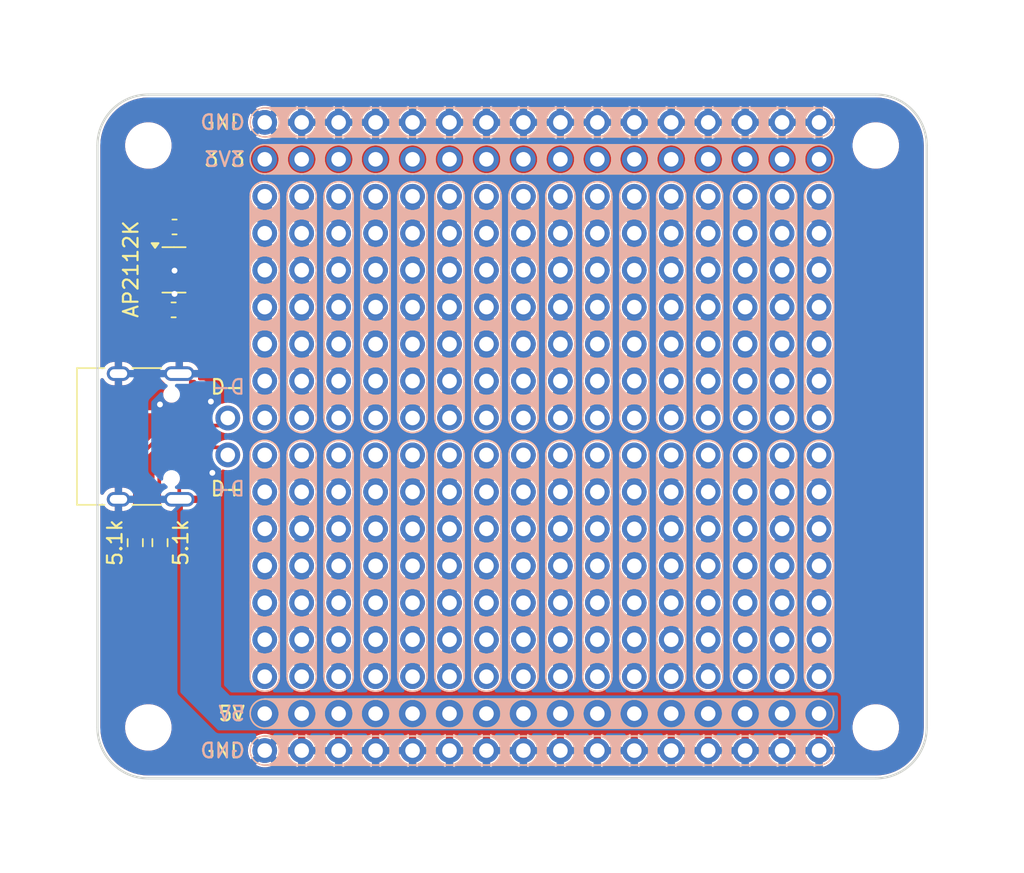
<source format=kicad_pcb>
(kicad_pcb (version 20240108) (generator "pcbnew") (generator_version "8.0")
  (layers (0 "F.Cu" signal) (31 "B.Cu" signal) (34 "B.Paste" user) (35 "F.Paste" user) (36 "B.SilkS" user "B.Silkscreen") (37 "F.SilkS" user "F.Silkscreen") (38 "B.Mask" user) (39 "F.Mask" user) (44 "Edge.Cuts" user))
  (net 0 "")
  (net 1 "GND")
  (net 2 "VCC")
  (net 3 "D+")
  (net 5 "D-")
  (net 6 "Net-(J1-CC2)")
  (net 7 "Net-(J1-CC1)")
  (net 9 "Net-(J6-Pin_1)")
  (net 10 "Net-(J7-Pin_1)")
  (net 11 "3V3")
  (net 12 "Net-(J8-Pin_1)")
  (net 13 "Net-(J9-Pin_1)")
  (net 14 "Net-(J10-Pin_1)")
  (net 15 "Net-(J11-Pin_1)")
  (net 16 "Net-(J12-Pin_1)")
  (net 17 "Net-(J13-Pin_1)")
  (net 18 "Net-(J14-Pin_1)")
  (net 19 "Net-(J15-Pin_1)")
  (net 20 "Net-(J16-Pin_1)")
  (net 21 "Net-(J17-Pin_1)")
  (net 22 "Net-(J18-Pin_1)")
  (net 23 "Net-(J19-Pin_1)")
  (net 24 "Net-(J20-Pin_1)")
  (net 25 "Net-(J21-Pin_1)")
  (net 26 "Net-(J22-Pin_1)")
  (net 27 "Net-(J23-Pin_1)")
  (net 28 "Net-(J24-Pin_1)")
  (net 29 "Net-(J25-Pin_1)")
  (net 30 "Net-(J26-Pin_1)")
  (net 31 "Net-(J27-Pin_1)")
  (net 32 "Net-(J28-Pin_1)")
  (net 33 "Net-(J29-Pin_1)")
  (net 34 "Net-(J30-Pin_1)")
  (net 35 "Net-(J31-Pin_1)")
  (net 36 "Net-(J32-Pin_1)")
  (net 37 "Net-(J33-Pin_1)")
  (net 38 "Net-(J34-Pin_1)")
  (net 39 "Net-(J35-Pin_1)")
  (net 40 "Net-(J36-Pin_1)")
  (net 41 "Net-(J37-Pin_1)")
  (footprint "MountingHole:MountingHole_2.7mm_M2.5" (layer "F.Cu") (at -8 20)
    (property "Reference" "REF**" (hide yes))
    (property "Value" "MountingHole_2.7mm_M2.5")
  )
  (footprint "MountingHole:MountingHole_2.7mm_M2.5" (layer "F.Cu") (at -8 -20)
    (property "Reference" "REF**" (hide yes))
    (property "Value" "MountingHole_2.7mm_M2.5")
  )
  (footprint "Library:PinHeader_1x07_P2.54mm_Vertical" (layer "F.Cu") (at 7.62 -16.51)
    (property "Reference" "J9" (hide yes))
    (property "Value" "Conn_01x07_Pin" (hide yes))
  )
  (footprint "MountingHole:MountingHole_2.7mm_M2.5" (layer "F.Cu") (at 42 20)
    (property "Reference" "REF**" (hide yes))
    (property "Value" "MountingHole_2.7mm_M2.5")
  )
  (footprint "Connector_USB:USB_C_Receptacle_HRO_TYPE-C-31-M-12" (layer "F.Cu") (at -9.005 0 -90)
    (property "Reference" "J1" (hide yes))
    (property "Value" "USB_C_Receptacle_USB2.0")
  )
  (footprint "Library:PinHeader_1x07_P2.54mm_Vertical" (layer "F.Cu") (at 33.02 -16.51)
    (property "Reference" "J19" (hide yes))
    (property "Value" "Conn_01x07_Pin" (hide yes))
  )
  (footprint "Library:PinHeader_1x07_P2.54mm_Vertical" (layer "F.Cu") (at 7.62 1.27)
    (property "Reference" "J25" (hide yes))
    (property "Value" "Conn_01x07_Pin" (hide yes))
  )
  (footprint "Library:PinHeader_1x07_P2.54mm_Vertical" (layer "F.Cu") (at 22.86 -16.51)
    (property "Reference" "J15" (hide yes))
    (property "Value" "Conn_01x07_Pin" (hide yes))
  )
  (footprint "Library:PinHeader_1x16_P2.54mm_Vertical" (layer "F.Cu") (at 0 -21.59 90)
    (property "Reference" "J4" (hide yes))
    (property "Value" "Conn_01x16_Pin")
  )
  (footprint "Library:PinHeader_1x07_P2.54mm_Vertical" (layer "F.Cu") (at 12.7 -16.51)
    (property "Reference" "J11" (hide yes))
    (property "Value" "Conn_01x07_Pin" (hide yes))
  )
  (footprint "Library:PinHeader_1x07_P2.54mm_Vertical" (layer "F.Cu") (at 35.56 1.27)
    (property "Reference" "J36" (hide yes))
    (property "Value" "Conn_01x07_Pin" (hide yes))
  )
  (footprint "Capacitor_SMD:C_0603_1608Metric_Pad1.08x0.95mm_HandSolder" (layer "F.Cu") (at -6.2 -14.4 180)
    (property "Reference" "C2" (hide yes))
    (property "Value" "C")
  )
  (footprint "Library:PinHeader_1x07_P2.54mm_Vertical" (layer "F.Cu") (at 12.7 1.27)
    (property "Reference" "J27" (hide yes))
    (property "Value" "Conn_01x07_Pin" (hide yes))
  )
  (footprint "Library:PinHeader_1x16_P2.54mm_Vertical" (layer "F.Cu") (at 0 -19.05 90)
    (property "Reference" "J5" (hide yes))
    (property "Value" "Conn_01x16_Pin")
  )
  (footprint "Capacitor_SMD:C_0603_1608Metric_Pad1.08x0.95mm_HandSolder" (layer "F.Cu") (at -6.2625 -8.7)
    (property "Reference" "C1" (hide yes))
    (property "Value" "C")
  )
  (footprint "Library:PinHeader_1x07_P2.54mm_Vertical" (layer "F.Cu") (at 2.54 1.27)
    (property "Reference" "J23" (hide yes))
    (property "Value" "Conn_01x07_Pin" (hide yes))
  )
  (footprint "Library:PinHeader_1x07_P2.54mm_Vertical" (layer "F.Cu") (at 35.56 -16.51)
    (property "Reference" "J20" (hide yes))
    (property "Value" "Conn_01x07_Pin" (hide yes))
  )
  (footprint "Library:PinHeader_1x07_P2.54mm_Vertical" (layer "F.Cu") (at 38.1 1.27)
    (property "Reference" "J37" (hide yes))
    (property "Value" "Conn_01x07_Pin" (hide yes))
  )
  (footprint "Library:PinHeader_1x07_P2.54mm_Vertical" (layer "F.Cu") (at 0 1.27)
    (property "Reference" "J22" (hide yes))
    (property "Value" "Conn_01x07_Pin" (hide yes))
  )
  (footprint "Library:PinHeader_1x07_P2.54mm_Vertical" (layer "F.Cu") (at 5.08 1.27)
    (property "Reference" "J24" (hide yes))
    (property "Value" "Conn_01x07_Pin" (hide yes))
  )
  (footprint "Library:PinHeader_1x16_P2.54mm_Vertical" (layer "F.Cu") (at 0 21.59 90)
    (property "Reference" "J2" (hide yes))
    (property "Value" "Conn_01x16_Pin")
  )
  (footprint "Library:PinHeader_1x07_P2.54mm_Vertical" (layer "F.Cu") (at 20.32 -16.51)
    (property "Reference" "J14" (hide yes))
    (property "Value" "Conn_01x07_Pin" (hide yes))
  )
  (footprint "Library:PinHeader_1x07_P2.54mm_Vertical" (layer "F.Cu") (at 10.16 1.27)
    (property "Reference" "J26" (hide yes))
    (property "Value" "Conn_01x07_Pin" (hide yes))
  )
  (footprint "Library:PinHeader_1x07_P2.54mm_Vertical" (layer "F.Cu") (at 25.4 -16.51)
    (property "Reference" "J16" (hide yes))
    (property "Value" "Conn_01x07_Pin" (hide yes))
  )
  (footprint "Package_TO_SOT_SMD:SOT-23-5" (layer "F.Cu") (at -6.2375 -11.45)
    (property "Reference" "U2" (hide yes))
    (property "Value" "AP2204K-3.3")
  )
  (footprint "Library:PinHeader_1x07_P2.54mm_Vertical" (layer "F.Cu") (at 30.48 1.27)
    (property "Reference" "J34" (hide yes))
    (property "Value" "Conn_01x07_Pin" (hide yes))
  )
  (footprint "Library:PinHeader_1x07_P2.54mm_Vertical" (layer "F.Cu") (at 17.78 1.27)
    (property "Reference" "J29" (hide yes))
    (property "Value" "Conn_01x07_Pin" (hide yes))
  )
  (footprint "Library:PinHeader_1x07_P2.54mm_Vertical" (layer "F.Cu") (at 10.16 -16.51)
    (property "Reference" "J10" (hide yes))
    (property "Value" "Conn_01x07_Pin" (hide yes))
  )
  (footprint "Library:PinHeader_1x07_P2.54mm_Vertical" (layer "F.Cu") (at 15.24 -16.51)
    (property "Reference" "J12" (hide yes))
    (property "Value" "Conn_01x07_Pin" (hide yes))
  )
  (footprint "Library:PinHeader_1x07_P2.54mm_Vertical" (layer "F.Cu") (at 38.1 -16.51)
    (property "Reference" "J21" (hide yes))
    (property "Value" "Conn_01x07_Pin" (hide yes))
  )
  (footprint "Connector_PinHeader_2.54mm:PinHeader_1x02_P2.54mm_Vertical" (layer "F.Cu") (at -2.54 1.27 180)
    (property "Reference" "J38" (hide yes))
    (property "Value" "Conn_01x02_Pin" (hide yes))
  )
  (footprint "Library:PinHeader_1x07_P2.54mm_Vertical" (layer "F.Cu") (at 27.94 1.27)
    (property "Reference" "J33" (hide yes))
    (property "Value" "Conn_01x07_Pin" (hide yes))
  )
  (footprint "Library:PinHeader_1x07_P2.54mm_Vertical" (layer "F.Cu") (at 15.24 1.27)
    (property "Reference" "J28" (hide yes))
    (property "Value" "Conn_01x07_Pin" (hide yes))
  )
  (footprint "Library:PinHeader_1x07_P2.54mm_Vertical" (layer "F.Cu") (at 5.08 -16.51)
    (property "Reference" "J8" (hide yes))
    (property "Value" "Conn_01x07_Pin" (hide yes))
  )
  (footprint "Library:PinHeader_1x07_P2.54mm_Vertical" (layer "F.Cu") (at 0 -16.51)
    (property "Reference" "J6" (hide yes))
    (property "Value" "Conn_01x07_Pin" (hide yes))
  )
  (footprint "Library:PinHeader_1x07_P2.54mm_Vertical" (layer "F.Cu") (at 20.32 1.27)
    (property "Reference" "J30" (hide yes))
    (property "Value" "Conn_01x07_Pin" (hide yes))
  )
  (footprint "Library:PinHeader_1x07_P2.54mm_Vertical" (layer "F.Cu") (at 25.4 1.27)
    (property "Reference" "J32" (hide yes))
    (property "Value" "Conn_01x07_Pin" (hide yes))
  )
  (footprint "Library:PinHeader_1x07_P2.54mm_Vertical" (layer "F.Cu") (at 2.54 -16.51)
    (property "Reference" "J7" (hide yes))
    (property "Value" "Conn_01x07_Pin" (hide yes))
  )
  (footprint "Library:PinHeader_1x07_P2.54mm_Vertical" (layer "F.Cu") (at 30.48 -16.51)
    (property "Reference" "J18" (hide yes))
    (property "Value" "Conn_01x07_Pin" (hide yes))
  )
  (footprint "Library:PinHeader_1x07_P2.54mm_Vertical" (layer "F.Cu") (at 22.86 1.27)
    (property "Reference" "J31" (hide yes))
    (property "Value" "Conn_01x07_Pin" (hide yes))
  )
  (footprint "Library:PinHeader_1x07_P2.54mm_Vertical" (layer "F.Cu") (at 17.78 -16.51)
    (property "Reference" "J13" (hide yes))
    (property "Value" "Conn_01x07_Pin" (hide yes))
  )
  (footprint "Library:PinHeader_1x07_P2.54mm_Vertical" (layer "F.Cu") (at 33.02 1.27)
    (property "Reference" "J35" (hide yes))
    (property "Value" "Conn_01x07_Pin" (hide yes))
  )
  (footprint "MountingHole:MountingHole_2.7mm_M2.5" (layer "F.Cu") (at 42 -20)
    (property "Reference" "REF**" (hide yes))
    (property "Value" "MountingHole_2.7mm_M2.5")
  )
  (footprint "Resistor_SMD:R_0603_1608Metric_Pad0.98x0.95mm_HandSolder" (layer "F.Cu") (at -7.2 7.3 90)
    (property "Reference" "R2" (hide yes))
    (property "Value" "5.1k")
  )
  (footprint "Library:PinHeader_1x16_P2.54mm_Vertical" (layer "F.Cu") (at 0 19.05 90)
    (property "Reference" "J3" (hide yes))
    (property "Value" "Conn_01x16_Pin")
  )
  (footprint "Resistor_SMD:R_0603_1608Metric_Pad0.98x0.95mm_HandSolder" (layer "F.Cu") (at -8.9 7.3 90)
    (property "Reference" "R1" (hide yes))
    (property "Value" "5.1k")
  )
  (footprint "Library:PinHeader_1x07_P2.54mm_Vertical" (layer "F.Cu") (at 27.94 -16.51)
    (property "Reference" "J17" (hide yes))
    (property "Value" "Conn_01x07_Pin" (hide yes))
  )
  (gr_arc (start 42 -23.5) (mid 44.474874 -22.474874) (end 45.5 -20) (stroke (width 0.15)) (layer "Edge.Cuts"))
  (gr_arc (start -11.5 -20) (mid -10.474874 -22.474874) (end -8 -23.5) (stroke (width 0.15)) (layer "Edge.Cuts"))
  (gr_line (start 45.5 20) (end 45.5 -20) (stroke (width 0.15)) (layer "Edge.Cuts"))
  (gr_arc (start 45.5 20) (mid 44.474874 22.474874) (end 42 23.5) (stroke (width 0.15)) (layer "Edge.Cuts"))
  (gr_line (start -11.5 -20) (end -11.5 20) (stroke (width 0.15)) (layer "Edge.Cuts"))
  (gr_line (start -8 23.5) (end 42 23.5) (stroke (width 0.15)) (layer "Edge.Cuts"))
  (gr_arc (start -8 23.5) (mid -10.474874 22.474874) (end -11.5 20) (stroke (width 0.15)) (layer "Edge.Cuts"))
  (gr_line (start 42 -23.5) (end -8 -23.5) (stroke (width 0.15)) (layer "Edge.Cuts"))
  (gr_text "3V3" (at -1.27 -19.05 0) (layer "B.SilkS") (effects (font (size 1 1)) (justify left mirror)))
  (gr_text "D+" (at -1.27 3.6 -0) (layer "B.SilkS") (effects (font (size 1 1)) (justify left mirror)))
  (gr_text "5V" (at -1.27 19.05 0) (layer "B.SilkS") (effects (font (size 1 1)) (justify left mirror)))
  (gr_text "GND" (at -1.27 -21.59 0) (layer "B.SilkS") (effects (font (size 1 1)) (justify left mirror)))
  (gr_text "D-" (at -1.27 -3.4 -0) (layer "B.SilkS") (effects (font (size 1 1)) (justify left mirror)))
  (gr_text "GND" (at -1.27 21.59 0) (layer "B.SilkS") (effects (font (size 1 1)) (justify left mirror)))
  (gr_text "D-" (at -3.81 -3.4 0) (layer "F.SilkS") (effects (font (size 1 1)) (justify left)))
  (gr_text "GND" (at -1.27 21.59 0) (layer "F.SilkS") (effects (font (size 1 1)) (justify right)))
  (gr_text "D+" (at -3.81 3.6 0) (layer "F.SilkS") (effects (font (size 1 1)) (justify left)))
  (gr_text "5V" (at -1.27 19.05 0) (layer "F.SilkS") (effects (font (size 1 1)) (justify right)))
  (gr_text "GND" (at -1.27 -21.59 0) (layer "F.SilkS") (effects (font (size 1 1)) (justify right)))
  (gr_text "3V3" (at -1.27 -19.05 0) (layer "F.SilkS") (effects (font (size 1 1)) (justify right)))
  (gr_text "AP2112K" (at -9.2 -11.5 90) (layer "F.SilkS") (effects (font (size 1 1))))
  (segment (start -7.375 -11.45) (end -6.25 -11.45) (width 0.25) (layer "F.Cu") (net 1))
  (segment (start -4.96 3.25) (end -5.65 3.25) (width 0.25) (layer "F.Cu") (net 1))
  (segment (start -5.65 3.25) (end -5.9 3.5) (width 0.25) (layer "F.Cu") (net 1))
  (segment (start -6.25 -11.45) (end -6.2 -11.4) (width 0.25) (layer "F.Cu") (net 1))
  (segment (start -5.9 3.5) (end -5.875 3.525) (width 0.25) (layer "F.Cu") (net 1))
  (segment (start -5.875 3.525) (end -5.875 4.32) (width 0.25) (layer "F.Cu") (net 1))
  (via (at -6.2 -11.4) (size 0.8) (drill 0.4) (layers "F.Cu" "B.Cu") (net 1))
  (via (at -6.2 -9.8) (size 0.8) (drill 0.4) (layers "F.Cu" "B.Cu") (net 1))
  (segment (start -5.875 4.775) (end -6.5 5.4) (width 0.25) (layer "B.Cu") (net 1))
  (segment (start -5.875 4.32) (end -5.875 4.775) (width 0.25) (layer "B.Cu") (net 1))
  (segment (start -3.6 2.5) (end -4.91 2.5) (width 0.5) (layer "F.Cu") (net 2))
  (segment (start -3.75 -2.45) (end -4.96 -2.45) (width 0.25) (layer "F.Cu") (net 2))
  (segment (start -3.7 -2.4) (end -3.75 -2.45) (width 0.25) (layer "F.Cu") (net 2))
  (segment (start -4.91 2.5) (end -4.96 2.45) (width 0.5) (layer "F.Cu") (net 2))
  (via (at -7.2 -2.2) (size 0.8) (drill 0.4) (layers "F.Cu" "B.Cu") (net 2))
  (via (at -3.7 -2.4) (size 0.8) (drill 0.4) (layers "F.Cu" "B.Cu") (net 2))
  (via (at -3.6 2.5) (size 0.8) (drill 0.4) (layers "F.Cu" "B.Cu") (net 2))
  (segment (start -5.985 0.75) (end -4.96 0.75) (width 0.25) (layer "F.Cu") (net 3))
  (segment (start -5.985 -0.25) (end -6.16 -0.075) (width 0.25) (layer "F.Cu") (net 3))
  (segment (start -6.16 -0.075) (end -6.16 0.575) (width 0.25) (layer "F.Cu") (net 3))
  (segment (start -6.16 0.575) (end -5.985 0.75) (width 0.25) (layer "F.Cu") (net 3))
  (segment (start -3.06 0.75) (end -4.96 0.75) (width 0.25) (layer "F.Cu") (net 3))
  (segment (start -2.54 1.27) (end -3.06 0.75) (width 0.25) (layer "F.Cu") (net 3))
  (segment (start -4.96 -0.25) (end -5.985 -0.25) (width 0.25) (layer "F.Cu") (net 3))
  (segment (start -3.76 -0.75) (end -4.96 -0.75) (width 0.25) (layer "F.Cu") (net 5))
  (segment (start -3.06 -0.75) (end -2.54 -1.27) (width 0.25) (layer "F.Cu") (net 5))
  (segment (start -4.96 0.25) (end -3.935 0.25) (width 0.25) (layer "F.Cu") (net 5))
  (segment (start -3.935 0.25) (end -3.76 0.075) (width 0.25) (layer "F.Cu") (net 5))
  (segment (start -3.76 -0.75) (end -3.06 -0.75) (width 0.25) (layer "F.Cu") (net 5))
  (segment (start -3.76 0.075) (end -3.76 -0.75) (width 0.25) (layer "F.Cu") (net 5))
  (segment (start -5.85 1.75) (end -6.2 1.4) (width 0.25) (layer "F.Cu") (net 6))
  (segment (start -7.25 1.75) (end -7.25 6.25) (width 0.25) (layer "F.Cu") (net 6))
  (segment (start -6.2 1.4) (end -6.9 1.4) (width 0.25) (layer "F.Cu") (net 6))
  (segment (start -4.96 1.75) (end -5.85 1.75) (width 0.25) (layer "F.Cu") (net 6))
  (segment (start -6.9 1.4) (end -7.25 1.75) (width 0.25) (layer "F.Cu") (net 6))
  (segment (start -5.985 -1.25) (end -4.96 -1.25) (width 0.25) (layer "F.Cu") (net 7))
  (segment (start -8.93 1.695) (end -5.985 -1.25) (width 0.25) (layer "F.Cu") (net 7))
  (segment (start -8.93 6.32) (end -8.93 1.695) (width 0.25) (layer "F.Cu") (net 7))
  (segment (start 0 -16.51) (end 0 -1.27) (width 1) (layer "F.Cu") (net 9))
  (segment (start 0 -1.27) (end 0 -13.97) (width 1) (layer "B.Cu") (net 9))
  (segment (start 0 -13.97) (end 0 -16.51) (width 1) (layer "B.Cu") (net 9))
  (segment (start 2.54 -16.51) (end 2.54 -1.27) (width 1) (layer "F.Cu") (net 10))
  (segment (start 2.54 -13.97) (end 2.54 -1.27) (width 1) (layer "B.Cu") (net 10))
  (segment (start 2.54 -16.51) (end 2.54 -13.97) (width 1) (layer "B.Cu") (net 10))
  (segment (start 5.08 -16.51) (end 5.08 -1.27) (width 1) (layer "F.Cu") (net 12))
  (segment (start 5.08 -16.51) (end 5.08 -13.97) (width 1) (layer "B.Cu") (net 12))
  (segment (start 5.08 -1.27) (end 5.08 -13.97) (width 1) (layer "B.Cu") (net 12))
  (segment (start 7.62 -16.51) (end 7.62 -1.27) (width 1) (layer "F.Cu") (net 13))
  (segment (start 7.62 -16.51) (end 7.62 -13.97) (width 1) (layer "B.Cu") (net 13))
  (segment (start 7.62 -13.97) (end 7.62 -1.27) (width 1) (layer "B.Cu") (net 13))
  (segment (start 10.16 -16.51) (end 10.16 -1.27) (width 1) (layer "F.Cu") (net 14))
  (segment (start 10.16 -13.97) (end 10.16 -1.27) (width 1) (layer "B.Cu") (net 14))
  (segment (start 10.16 -16.51) (end 10.16 -13.97) (width 1) (layer "B.Cu") (net 14))
  (segment (start 12.7 -16.51) (end 12.7 -1.27) (width 1) (layer "F.Cu") (net 15))
  (segment (start 12.7 -1.27) (end 12.7 -13.97) (width 1) (layer "B.Cu") (net 15))
  (segment (start 12.7 -13.97) (end 12.7 -16.51) (width 1) (layer "B.Cu") (net 15))
  (segment (start 15.24 -16.51) (end 15.24 -1.27) (width 1) (layer "F.Cu") (net 16))
  (segment (start 15.24 -16.51) (end 15.24 -13.97) (width 1) (layer "B.Cu") (net 16))
  (segment (start 15.24 -13.97) (end 15.24 -1.27) (width 1) (layer "B.Cu") (net 16))
  (segment (start 17.78 -16.51) (end 17.78 -1.27) (width 1) (layer "F.Cu") (net 17))
  (segment (start 17.78 -1.27) (end 17.78 -13.97) (width 1) (layer "B.Cu") (net 17))
  (segment (start 17.78 -13.97) (end 17.78 -16.51) (width 1) (layer "B.Cu") (net 17))
  (segment (start 20.32 -16.51) (end 20.32 -1.27) (width 1) (layer "F.Cu") (net 18))
  (segment (start 20.32 -16.51) (end 20.32 -13.97) (width 1) (layer "B.Cu") (net 18))
  (segment (start 20.32 -13.97) (end 20.32 -1.27) (width 1) (layer "B.Cu") (net 18))
  (segment (start 22.86 -16.51) (end 22.86 -1.27) (width 1) (layer "F.Cu") (net 19))
  (segment (start 22.86 -13.97) (end 22.86 -16.51) (width 1) (layer "B.Cu") (net 19))
  (segment (start 22.86 -1.27) (end 22.86 -13.97) (width 1) (layer "B.Cu") (net 19))
  (segment (start 25.4 -16.51) (end 25.4 -1.27) (width 1) (layer "F.Cu") (net 20))
  (segment (start 25.4 -13.97) (end 25.4 -1.27) (width 1) (layer "B.Cu") (net 20))
  (segment (start 25.4 -16.51) (end 25.4 -13.97) (width 1) (layer "B.Cu") (net 20))
  (segment (start 27.94 -16.51) (end 27.94 -1.27) (width 1) (layer "F.Cu") (net 21))
  (segment (start 27.94 -13.97) (end 27.94 -16.51) (width 1) (layer "B.Cu") (net 21))
  (segment (start 27.94 -1.27) (end 27.94 -13.97) (width 1) (layer "B.Cu") (net 21))
  (segment (start 30.48 -16.51) (end 30.48 -1.27) (width 1) (layer "F.Cu") (net 22))
  (segment (start 30.48 -16.51) (end 30.48 -13.97) (width 1) (layer "B.Cu") (net 22))
  (segment (start 30.48 -13.97) (end 30.48 -1.27) (width 1) (layer "B.Cu") (net 22))
  (segment (start 33.02 -16.51) (end 33.02 -1.27) (width 1) (layer "F.Cu") (net 23))
  (segment (start 33.02 -1.27) (end 33.02 -13.97) (width 1) (layer "B.Cu") (net 23))
  (segment (start 33.02 -13.97) (end 33.02 -16.51) (width 1) (layer "B.Cu") (net 23))
  (segment (start 35.56 -16.51) (end 35.56 -1.27) (width 1) (layer "F.Cu") (net 24))
  (segment (start 35.56 -16.51) (end 35.56 -13.97) (width 1) (layer "B.Cu") (net 24))
  (segment (start 35.56 -13.97) (end 35.56 -1.27) (width 1) (layer "B.Cu") (net 24))
  (segment (start 38.1 -16.51) (end 38.1 -1.27) (width 1) (layer "F.Cu") (net 25))
  (segment (start 38.1 -1.27) (end 38.1 -13.97) (width 1) (layer "B.Cu") (net 25))
  (segment (start 38.1 -13.97) (end 38.1 -16.51) (width 1) (layer "B.Cu") (net 25))
  (segment (start 0 1.27) (end 0 16.51) (width 1) (layer "F.Cu") (net 26))
  (segment (start 0 1.27) (end 0 3.81) (width 1) (layer "B.Cu") (net 26))
  (segment (start 0 3.81) (end 0 16.51) (width 1) (layer "B.Cu") (net 26))
  (segment (start 2.54 1.27) (end 2.54 16.51) (width 1) (layer "F.Cu") (net 27))
  (segment (start 2.54 13.97) (end 2.54 1.27) (width 1) (layer "B.Cu") (net 27))
  (segment (start 2.54 16.51) (end 2.54 13.97) (width 1) (layer "B.Cu") (net 27))
  (segment (start 5.08 1.27) (end 5.08 16.51) (width 1) (layer "F.Cu") (net 28))
  (segment (start 5.08 1.27) (end 5.08 3.81) (width 1) (layer "B.Cu") (net 28))
  (segment (start 5.08 3.81) (end 5.08 16.51) (width 1) (layer "B.Cu") (net 28))
  (segment (start 7.62 1.27) (end 7.62 16.51) (width 1) (layer "F.Cu") (net 29))
  (segment (start 7.62 1.27) (end 7.62 3.81) (width 1) (layer "B.Cu") (net 29))
  (segment (start 7.62 16.51) (end 7.62 3.81) (width 1) (layer "B.Cu") (net 29))
  (segment (start 10.16 1.27) (end 10.16 16.51) (width 1) (layer "F.Cu") (net 30))
  (segment (start 10.16 3.81) (end 10.16 16.51) (width 1) (layer "B.Cu") (net 30))
  (segment (start 10.16 1.27) (end 10.16 3.81) (width 1) (layer "B.Cu") (net 30))
  (segment (start 12.7 1.27) (end 12.7 16.51) (width 1) (layer "F.Cu") (net 31))
  (segment (start 12.7 3.81) (end 12.7 1.27) (width 1) (layer "B.Cu") (net 31))
  (segment (start 12.7 16.51) (end 12.7 3.81) (width 1) (layer "B.Cu") (net 31))
  (segment (start 15.24 1.27) (end 15.24 16.51) (width 1) (layer "F.Cu") (net 32))
  (segment (start 15.24 1.27) (end 15.24 3.81) (width 1) (layer "B.Cu") (net 32))
  (segment (start 15.24 3.81) (end 15.24 16.51) (width 1) (layer "B.Cu") (net 32))
  (segment (start 17.78 1.27) (end 17.78 16.51) (width 1) (layer "F.Cu") (net 33))
  (segment (start 17.78 16.51) (end 17.78 3.81) (width 1) (layer "B.Cu") (net 33))
  (segment (start 17.78 3.81) (end 17.78 1.27) (width 1) (layer "B.Cu") (net 33))
  (segment (start 20.32 1.27) (end 20.32 16.51) (width 1) (layer "F.Cu") (net 34))
  (segment (start 20.32 3.81) (end 20.32 16.51) (width 1) (layer "B.Cu") (net 34))
  (segment (start 20.32 1.27) (end 20.32 3.81) (width 1) (layer "B.Cu") (net 34))
  (segment (start 22.86 1.27) (end 22.86 16.51) (width 1) (layer "F.Cu") (net 35))
  (segment (start 22.86 3.81) (end 22.86 1.27) (width 1) (layer "B.Cu") (net 35))
  (segment (start 22.86 16.51) (end 22.86 3.81) (width 1) (layer "B.Cu") (net 35))
  (segment (start 25.4 1.27) (end 25.4 16.51) (width 1) (layer "F.Cu") (net 36))
  (segment (start 25.4 1.27) (end 25.4 3.81) (width 1) (layer "B.Cu") (net 36))
  (segment (start 25.4 3.81) (end 25.4 16.51) (width 1) (layer "B.Cu") (net 36))
  (segment (start 27.94 1.27) (end 27.94 16.51) (width 1) (layer "F.Cu") (net 37))
  (segment (start 27.94 3.81) (end 27.94 1.27) (width 1) (layer "B.Cu") (net 37))
  (segment (start 27.94 16.51) (end 27.94 3.81) (width 1) (layer "B.Cu") (net 37))
  (segment (start 30.48 1.27) (end 30.48 16.51) (width 1) (layer "F.Cu") (net 38))
  (segment (start 30.48 1.27) (end 30.48 3.81) (width 1) (layer "B.Cu") (net 38))
  (segment (start 30.48 3.81) (end 30.48 16.51) (width 1) (layer "B.Cu") (net 38))
  (segment (start 33.02 1.27) (end 33.02 16.51) (width 1) (layer "F.Cu") (net 39))
  (segment (start 33.02 3.81) (end 33.02 1.27) (width 1) (layer "B.Cu") (net 39))
  (segment (start 33.02 16.51) (end 33.02 3.81) (width 1) (layer "B.Cu") (net 39))
  (segment (start 35.56 1.27) (end 35.56 16.51) (width 1) (layer "F.Cu") (net 40))
  (segment (start 35.56 1.27) (end 35.56 3.81) (width 1) (layer "B.Cu") (net 40))
  (segment (start 35.56 3.81) (end 35.56 16.51) (width 1) (layer "B.Cu") (net 40))
  (segment (start 38.1 1.27) (end 38.1 16.51) (width 1) (layer "F.Cu") (net 41))
  (segment (start 38.1 16.51) (end 38.1 3.81) (width 1) (layer "B.Cu") (net 41))
  (segment (start 38.1 3.81) (end 38.1 1.27) (width 1) (layer "B.Cu") (net 41))
  (zone (net 11) (net_name "3V3") (layer "F.Cu") (priority 2) (connect_pads yes (clearance 0.2)) (min_thickness 0.25) (fill yes (thermal_gap 0.5) (thermal_bridge_width 0.5))
    (polygon (pts (xy -1.3 -20.3) (xy 39.3 -20.3) (xy 39.3 -18) (xy -1 -18.1) (xy -4 -15.1) (xy -4 -12) (xy -4.1 -11.9) (xy -5.8 -11.9) (xy -6 -12.1) (xy -6 -15.6)))
  )
  (zone (net 2) (net_name "VCC") (layer "F.Cu") (priority 1) (connect_pads (clearance 0.2)) (min_thickness 0.25) (fill yes (thermal_gap 0.5) (thermal_bridge_width 0.5))
    (polygon (pts (xy -6.8 -10) (xy -6.5 -10.3) (xy -6.5 -10.8) (xy -6.7 -11) (xy -8.2 -11) (xy -8.4 -11.2) (xy -8.4 -11.9) (xy -8.2 -12.1) (xy -6.7 -12.1) (xy -6.6 -12.2) (xy -6.6 -12.6) (xy -6.8 -12.8) (xy -8.7 -12.8) (xy -9.2 -12.3) (xy -9.2 -5.7) (xy -8.7 -5.2) (xy -8.7 -2.7) (xy -8.1 -1.8) (xy -3.9 -1.8) (xy -3.3 -2.4) (xy -3.3 -2.7) (xy -3.5 -2.8) (xy -6 -2.8) (xy -7.2 -4) (xy -7.2 -5.2) (xy -6.3 -5.8) (xy -6.3 -9.1) (xy -6.8 -9.6)))
  )
  (zone (net 1) (net_name "GND") (layers "F&B.Cu") (connect_pads (clearance 0.2)) (min_thickness 0.25) (fill yes (thermal_gap 0.3) (thermal_bridge_width 0.5))
    (polygon (pts (xy -15.08 -30) (xy 49.92 -30) (xy 49.92 30) (xy -15.08 30)))
  )
  (zone (net 2) (net_name "VCC") (layer "B.Cu") (priority 3) (connect_pads yes (clearance 0.2)) (min_thickness 0.25) (fill yes (thermal_gap 0.5) (thermal_bridge_width 0.5))
    (polygon (pts (xy -7.8 -2.4) (xy -6.4 -3.8) (xy -3.4 -3.8) (xy -3 -3.4) (xy -3 17.2) (xy -2.4 17.8) (xy 39 17.8) (xy 39.4 17.8) (xy 39.4 20.2) (xy 39 20.2) (xy -3.2 20.2) (xy -5.8 17.6) (xy -5.8 4.4) (xy -7.8 2.4)))
  )
)
</source>
